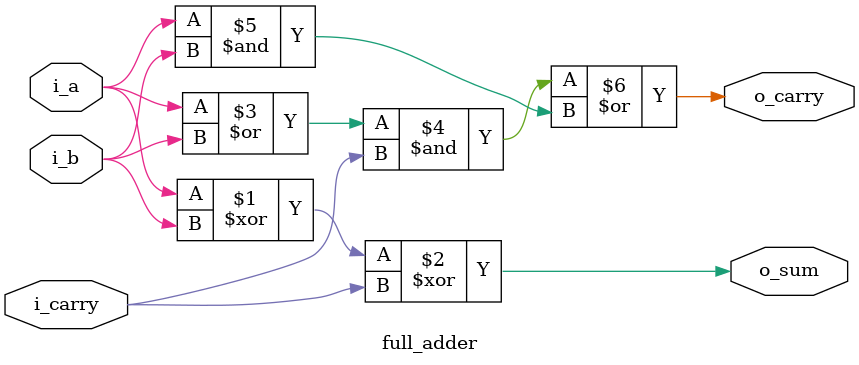
<source format=sv>
module full_adder (
    input  logic i_a,
    input  logic i_b,
    input  logic i_carry,
    output logic o_sum,
    output logic o_carry
);

  assign o_sum   = i_a ^ i_b ^ i_carry;
  assign o_carry = ((i_a | i_b) & i_carry) | (i_a & i_b);

endmodule

</source>
